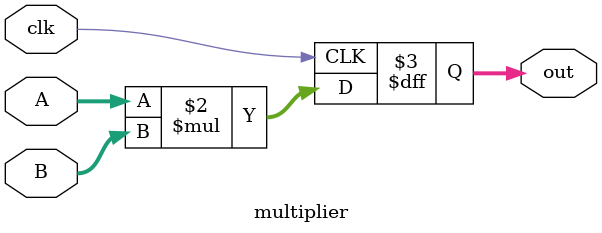
<source format=v>
module multiplier(A, B, clk, out);

input [3:0] A;
input [3:0] B;
input clk;
output reg[3:0] out;

// reg[3:0] S;
// reg[3:0] R;

// reg[1:0] state = 2'b00;

// always @(posedge clk) begin

//     case (state)
//         2'b00: begin
//             R <= 4'b0;
//             S <= 4'b0;
//         end
//         2'b01: begin
//             R <= R + B;
//             S <= S + 1;
//         end
//         2'b11: out <= R;
//     endcase
//     state[0] <= 1;
//     state[1] <= (state[1] | (S < A));

// end

// Verilog allows you to do the following instead of the above:

always @(posedge clk)
begin
    out <= A * B;
end



endmodule
</source>
